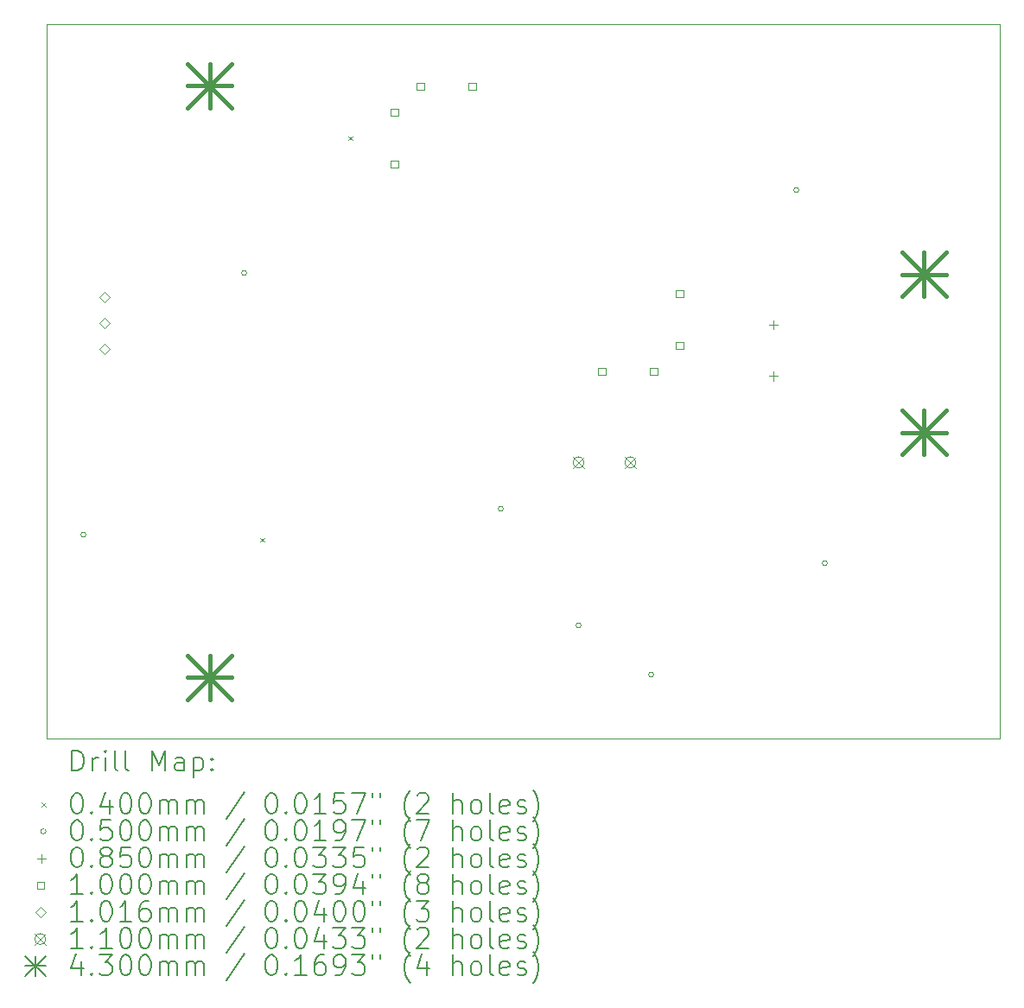
<source format=gbr>
%TF.GenerationSoftware,KiCad,Pcbnew,(6.0.11)*%
%TF.CreationDate,2023-06-15T09:24:03+03:00*%
%TF.ProjectId,flyback_48V_48W,666c7962-6163-46b5-9f34-38565f343857,rev?*%
%TF.SameCoordinates,Original*%
%TF.FileFunction,Drillmap*%
%TF.FilePolarity,Positive*%
%FSLAX45Y45*%
G04 Gerber Fmt 4.5, Leading zero omitted, Abs format (unit mm)*
G04 Created by KiCad (PCBNEW (6.0.11)) date 2023-06-15 09:24:03*
%MOMM*%
%LPD*%
G01*
G04 APERTURE LIST*
%ADD10C,0.100000*%
%ADD11C,0.200000*%
%ADD12C,0.040000*%
%ADD13C,0.050000*%
%ADD14C,0.085000*%
%ADD15C,0.101600*%
%ADD16C,0.110000*%
%ADD17C,0.430000*%
G04 APERTURE END LIST*
D10*
X10000000Y-3000000D02*
X19339600Y-3000000D01*
X19339600Y-3000000D02*
X19339600Y-10000000D01*
X19339600Y-10000000D02*
X10000000Y-10000000D01*
X10000000Y-10000000D02*
X10000000Y-3000000D01*
D11*
D12*
X12095800Y-8031800D02*
X12135800Y-8071800D01*
X12135800Y-8031800D02*
X12095800Y-8071800D01*
X12959400Y-4094800D02*
X12999400Y-4134800D01*
X12999400Y-4094800D02*
X12959400Y-4134800D01*
D13*
X10388200Y-8001000D02*
G75*
G03*
X10388200Y-8001000I-25000J0D01*
G01*
X11963000Y-5435600D02*
G75*
G03*
X11963000Y-5435600I-25000J0D01*
G01*
X14477600Y-7747000D02*
G75*
G03*
X14477600Y-7747000I-25000J0D01*
G01*
X15239600Y-8890000D02*
G75*
G03*
X15239600Y-8890000I-25000J0D01*
G01*
X15950800Y-9372600D02*
G75*
G03*
X15950800Y-9372600I-25000J0D01*
G01*
X17373200Y-4622800D02*
G75*
G03*
X17373200Y-4622800I-25000J0D01*
G01*
X17652600Y-8280400D02*
G75*
G03*
X17652600Y-8280400I-25000J0D01*
G01*
D14*
X17119600Y-5905100D02*
X17119600Y-5990100D01*
X17077100Y-5947600D02*
X17162100Y-5947600D01*
X17119600Y-6405100D02*
X17119600Y-6490100D01*
X17077100Y-6447600D02*
X17162100Y-6447600D01*
D10*
X13446556Y-3896156D02*
X13446556Y-3825444D01*
X13375844Y-3825444D01*
X13375844Y-3896156D01*
X13446556Y-3896156D01*
X13446556Y-4404156D02*
X13446556Y-4333444D01*
X13375844Y-4333444D01*
X13375844Y-4404156D01*
X13446556Y-4404156D01*
X13700556Y-3642156D02*
X13700556Y-3571444D01*
X13629844Y-3571444D01*
X13629844Y-3642156D01*
X13700556Y-3642156D01*
X14208556Y-3642156D02*
X14208556Y-3571444D01*
X14137844Y-3571444D01*
X14137844Y-3642156D01*
X14208556Y-3642156D01*
X15478556Y-6436156D02*
X15478556Y-6365444D01*
X15407844Y-6365444D01*
X15407844Y-6436156D01*
X15478556Y-6436156D01*
X15986556Y-6436156D02*
X15986556Y-6365444D01*
X15915844Y-6365444D01*
X15915844Y-6436156D01*
X15986556Y-6436156D01*
X16240556Y-5674156D02*
X16240556Y-5603444D01*
X16169844Y-5603444D01*
X16169844Y-5674156D01*
X16240556Y-5674156D01*
X16240556Y-6182156D02*
X16240556Y-6111444D01*
X16169844Y-6111444D01*
X16169844Y-6182156D01*
X16240556Y-6182156D01*
D15*
X10572500Y-5726800D02*
X10623300Y-5676000D01*
X10572500Y-5625200D01*
X10521700Y-5676000D01*
X10572500Y-5726800D01*
X10572500Y-5980800D02*
X10623300Y-5930000D01*
X10572500Y-5879200D01*
X10521700Y-5930000D01*
X10572500Y-5980800D01*
X10572500Y-6234800D02*
X10623300Y-6184000D01*
X10572500Y-6133200D01*
X10521700Y-6184000D01*
X10572500Y-6234800D01*
D16*
X15159600Y-7238000D02*
X15269600Y-7348000D01*
X15269600Y-7238000D02*
X15159600Y-7348000D01*
X15269600Y-7293000D02*
G75*
G03*
X15269600Y-7293000I-55000J0D01*
G01*
X15667600Y-7238000D02*
X15777600Y-7348000D01*
X15777600Y-7238000D02*
X15667600Y-7348000D01*
X15777600Y-7293000D02*
G75*
G03*
X15777600Y-7293000I-55000J0D01*
G01*
D17*
X11385000Y-3385000D02*
X11815000Y-3815000D01*
X11815000Y-3385000D02*
X11385000Y-3815000D01*
X11600000Y-3385000D02*
X11600000Y-3815000D01*
X11385000Y-3600000D02*
X11815000Y-3600000D01*
X11385000Y-9185000D02*
X11815000Y-9615000D01*
X11815000Y-9185000D02*
X11385000Y-9615000D01*
X11600000Y-9185000D02*
X11600000Y-9615000D01*
X11385000Y-9400000D02*
X11815000Y-9400000D01*
X18385000Y-5235000D02*
X18815000Y-5665000D01*
X18815000Y-5235000D02*
X18385000Y-5665000D01*
X18600000Y-5235000D02*
X18600000Y-5665000D01*
X18385000Y-5450000D02*
X18815000Y-5450000D01*
X18385000Y-6785000D02*
X18815000Y-7215000D01*
X18815000Y-6785000D02*
X18385000Y-7215000D01*
X18600000Y-6785000D02*
X18600000Y-7215000D01*
X18385000Y-7000000D02*
X18815000Y-7000000D01*
D11*
X10252619Y-10315476D02*
X10252619Y-10115476D01*
X10300238Y-10115476D01*
X10328810Y-10125000D01*
X10347857Y-10144048D01*
X10357381Y-10163095D01*
X10366905Y-10201190D01*
X10366905Y-10229762D01*
X10357381Y-10267857D01*
X10347857Y-10286905D01*
X10328810Y-10305952D01*
X10300238Y-10315476D01*
X10252619Y-10315476D01*
X10452619Y-10315476D02*
X10452619Y-10182143D01*
X10452619Y-10220238D02*
X10462143Y-10201190D01*
X10471667Y-10191667D01*
X10490714Y-10182143D01*
X10509762Y-10182143D01*
X10576429Y-10315476D02*
X10576429Y-10182143D01*
X10576429Y-10115476D02*
X10566905Y-10125000D01*
X10576429Y-10134524D01*
X10585952Y-10125000D01*
X10576429Y-10115476D01*
X10576429Y-10134524D01*
X10700238Y-10315476D02*
X10681190Y-10305952D01*
X10671667Y-10286905D01*
X10671667Y-10115476D01*
X10805000Y-10315476D02*
X10785952Y-10305952D01*
X10776429Y-10286905D01*
X10776429Y-10115476D01*
X11033571Y-10315476D02*
X11033571Y-10115476D01*
X11100238Y-10258333D01*
X11166905Y-10115476D01*
X11166905Y-10315476D01*
X11347857Y-10315476D02*
X11347857Y-10210714D01*
X11338333Y-10191667D01*
X11319286Y-10182143D01*
X11281190Y-10182143D01*
X11262143Y-10191667D01*
X11347857Y-10305952D02*
X11328809Y-10315476D01*
X11281190Y-10315476D01*
X11262143Y-10305952D01*
X11252619Y-10286905D01*
X11252619Y-10267857D01*
X11262143Y-10248810D01*
X11281190Y-10239286D01*
X11328809Y-10239286D01*
X11347857Y-10229762D01*
X11443095Y-10182143D02*
X11443095Y-10382143D01*
X11443095Y-10191667D02*
X11462143Y-10182143D01*
X11500238Y-10182143D01*
X11519286Y-10191667D01*
X11528809Y-10201190D01*
X11538333Y-10220238D01*
X11538333Y-10277381D01*
X11528809Y-10296429D01*
X11519286Y-10305952D01*
X11500238Y-10315476D01*
X11462143Y-10315476D01*
X11443095Y-10305952D01*
X11624048Y-10296429D02*
X11633571Y-10305952D01*
X11624048Y-10315476D01*
X11614524Y-10305952D01*
X11624048Y-10296429D01*
X11624048Y-10315476D01*
X11624048Y-10191667D02*
X11633571Y-10201190D01*
X11624048Y-10210714D01*
X11614524Y-10201190D01*
X11624048Y-10191667D01*
X11624048Y-10210714D01*
D12*
X9955000Y-10625000D02*
X9995000Y-10665000D01*
X9995000Y-10625000D02*
X9955000Y-10665000D01*
D11*
X10290714Y-10535476D02*
X10309762Y-10535476D01*
X10328810Y-10545000D01*
X10338333Y-10554524D01*
X10347857Y-10573571D01*
X10357381Y-10611667D01*
X10357381Y-10659286D01*
X10347857Y-10697381D01*
X10338333Y-10716429D01*
X10328810Y-10725952D01*
X10309762Y-10735476D01*
X10290714Y-10735476D01*
X10271667Y-10725952D01*
X10262143Y-10716429D01*
X10252619Y-10697381D01*
X10243095Y-10659286D01*
X10243095Y-10611667D01*
X10252619Y-10573571D01*
X10262143Y-10554524D01*
X10271667Y-10545000D01*
X10290714Y-10535476D01*
X10443095Y-10716429D02*
X10452619Y-10725952D01*
X10443095Y-10735476D01*
X10433571Y-10725952D01*
X10443095Y-10716429D01*
X10443095Y-10735476D01*
X10624048Y-10602143D02*
X10624048Y-10735476D01*
X10576429Y-10525952D02*
X10528810Y-10668810D01*
X10652619Y-10668810D01*
X10766905Y-10535476D02*
X10785952Y-10535476D01*
X10805000Y-10545000D01*
X10814524Y-10554524D01*
X10824048Y-10573571D01*
X10833571Y-10611667D01*
X10833571Y-10659286D01*
X10824048Y-10697381D01*
X10814524Y-10716429D01*
X10805000Y-10725952D01*
X10785952Y-10735476D01*
X10766905Y-10735476D01*
X10747857Y-10725952D01*
X10738333Y-10716429D01*
X10728810Y-10697381D01*
X10719286Y-10659286D01*
X10719286Y-10611667D01*
X10728810Y-10573571D01*
X10738333Y-10554524D01*
X10747857Y-10545000D01*
X10766905Y-10535476D01*
X10957381Y-10535476D02*
X10976429Y-10535476D01*
X10995476Y-10545000D01*
X11005000Y-10554524D01*
X11014524Y-10573571D01*
X11024048Y-10611667D01*
X11024048Y-10659286D01*
X11014524Y-10697381D01*
X11005000Y-10716429D01*
X10995476Y-10725952D01*
X10976429Y-10735476D01*
X10957381Y-10735476D01*
X10938333Y-10725952D01*
X10928810Y-10716429D01*
X10919286Y-10697381D01*
X10909762Y-10659286D01*
X10909762Y-10611667D01*
X10919286Y-10573571D01*
X10928810Y-10554524D01*
X10938333Y-10545000D01*
X10957381Y-10535476D01*
X11109762Y-10735476D02*
X11109762Y-10602143D01*
X11109762Y-10621190D02*
X11119286Y-10611667D01*
X11138333Y-10602143D01*
X11166905Y-10602143D01*
X11185952Y-10611667D01*
X11195476Y-10630714D01*
X11195476Y-10735476D01*
X11195476Y-10630714D02*
X11205000Y-10611667D01*
X11224048Y-10602143D01*
X11252619Y-10602143D01*
X11271667Y-10611667D01*
X11281190Y-10630714D01*
X11281190Y-10735476D01*
X11376428Y-10735476D02*
X11376428Y-10602143D01*
X11376428Y-10621190D02*
X11385952Y-10611667D01*
X11405000Y-10602143D01*
X11433571Y-10602143D01*
X11452619Y-10611667D01*
X11462143Y-10630714D01*
X11462143Y-10735476D01*
X11462143Y-10630714D02*
X11471667Y-10611667D01*
X11490714Y-10602143D01*
X11519286Y-10602143D01*
X11538333Y-10611667D01*
X11547857Y-10630714D01*
X11547857Y-10735476D01*
X11938333Y-10525952D02*
X11766905Y-10783095D01*
X12195476Y-10535476D02*
X12214524Y-10535476D01*
X12233571Y-10545000D01*
X12243095Y-10554524D01*
X12252619Y-10573571D01*
X12262143Y-10611667D01*
X12262143Y-10659286D01*
X12252619Y-10697381D01*
X12243095Y-10716429D01*
X12233571Y-10725952D01*
X12214524Y-10735476D01*
X12195476Y-10735476D01*
X12176428Y-10725952D01*
X12166905Y-10716429D01*
X12157381Y-10697381D01*
X12147857Y-10659286D01*
X12147857Y-10611667D01*
X12157381Y-10573571D01*
X12166905Y-10554524D01*
X12176428Y-10545000D01*
X12195476Y-10535476D01*
X12347857Y-10716429D02*
X12357381Y-10725952D01*
X12347857Y-10735476D01*
X12338333Y-10725952D01*
X12347857Y-10716429D01*
X12347857Y-10735476D01*
X12481190Y-10535476D02*
X12500238Y-10535476D01*
X12519286Y-10545000D01*
X12528809Y-10554524D01*
X12538333Y-10573571D01*
X12547857Y-10611667D01*
X12547857Y-10659286D01*
X12538333Y-10697381D01*
X12528809Y-10716429D01*
X12519286Y-10725952D01*
X12500238Y-10735476D01*
X12481190Y-10735476D01*
X12462143Y-10725952D01*
X12452619Y-10716429D01*
X12443095Y-10697381D01*
X12433571Y-10659286D01*
X12433571Y-10611667D01*
X12443095Y-10573571D01*
X12452619Y-10554524D01*
X12462143Y-10545000D01*
X12481190Y-10535476D01*
X12738333Y-10735476D02*
X12624048Y-10735476D01*
X12681190Y-10735476D02*
X12681190Y-10535476D01*
X12662143Y-10564048D01*
X12643095Y-10583095D01*
X12624048Y-10592619D01*
X12919286Y-10535476D02*
X12824048Y-10535476D01*
X12814524Y-10630714D01*
X12824048Y-10621190D01*
X12843095Y-10611667D01*
X12890714Y-10611667D01*
X12909762Y-10621190D01*
X12919286Y-10630714D01*
X12928809Y-10649762D01*
X12928809Y-10697381D01*
X12919286Y-10716429D01*
X12909762Y-10725952D01*
X12890714Y-10735476D01*
X12843095Y-10735476D01*
X12824048Y-10725952D01*
X12814524Y-10716429D01*
X12995476Y-10535476D02*
X13128809Y-10535476D01*
X13043095Y-10735476D01*
X13195476Y-10535476D02*
X13195476Y-10573571D01*
X13271667Y-10535476D02*
X13271667Y-10573571D01*
X13566905Y-10811667D02*
X13557381Y-10802143D01*
X13538333Y-10773571D01*
X13528809Y-10754524D01*
X13519286Y-10725952D01*
X13509762Y-10678333D01*
X13509762Y-10640238D01*
X13519286Y-10592619D01*
X13528809Y-10564048D01*
X13538333Y-10545000D01*
X13557381Y-10516429D01*
X13566905Y-10506905D01*
X13633571Y-10554524D02*
X13643095Y-10545000D01*
X13662143Y-10535476D01*
X13709762Y-10535476D01*
X13728809Y-10545000D01*
X13738333Y-10554524D01*
X13747857Y-10573571D01*
X13747857Y-10592619D01*
X13738333Y-10621190D01*
X13624048Y-10735476D01*
X13747857Y-10735476D01*
X13985952Y-10735476D02*
X13985952Y-10535476D01*
X14071667Y-10735476D02*
X14071667Y-10630714D01*
X14062143Y-10611667D01*
X14043095Y-10602143D01*
X14014524Y-10602143D01*
X13995476Y-10611667D01*
X13985952Y-10621190D01*
X14195476Y-10735476D02*
X14176428Y-10725952D01*
X14166905Y-10716429D01*
X14157381Y-10697381D01*
X14157381Y-10640238D01*
X14166905Y-10621190D01*
X14176428Y-10611667D01*
X14195476Y-10602143D01*
X14224048Y-10602143D01*
X14243095Y-10611667D01*
X14252619Y-10621190D01*
X14262143Y-10640238D01*
X14262143Y-10697381D01*
X14252619Y-10716429D01*
X14243095Y-10725952D01*
X14224048Y-10735476D01*
X14195476Y-10735476D01*
X14376428Y-10735476D02*
X14357381Y-10725952D01*
X14347857Y-10706905D01*
X14347857Y-10535476D01*
X14528809Y-10725952D02*
X14509762Y-10735476D01*
X14471667Y-10735476D01*
X14452619Y-10725952D01*
X14443095Y-10706905D01*
X14443095Y-10630714D01*
X14452619Y-10611667D01*
X14471667Y-10602143D01*
X14509762Y-10602143D01*
X14528809Y-10611667D01*
X14538333Y-10630714D01*
X14538333Y-10649762D01*
X14443095Y-10668810D01*
X14614524Y-10725952D02*
X14633571Y-10735476D01*
X14671667Y-10735476D01*
X14690714Y-10725952D01*
X14700238Y-10706905D01*
X14700238Y-10697381D01*
X14690714Y-10678333D01*
X14671667Y-10668810D01*
X14643095Y-10668810D01*
X14624048Y-10659286D01*
X14614524Y-10640238D01*
X14614524Y-10630714D01*
X14624048Y-10611667D01*
X14643095Y-10602143D01*
X14671667Y-10602143D01*
X14690714Y-10611667D01*
X14766905Y-10811667D02*
X14776428Y-10802143D01*
X14795476Y-10773571D01*
X14805000Y-10754524D01*
X14814524Y-10725952D01*
X14824048Y-10678333D01*
X14824048Y-10640238D01*
X14814524Y-10592619D01*
X14805000Y-10564048D01*
X14795476Y-10545000D01*
X14776428Y-10516429D01*
X14766905Y-10506905D01*
D13*
X9995000Y-10909000D02*
G75*
G03*
X9995000Y-10909000I-25000J0D01*
G01*
D11*
X10290714Y-10799476D02*
X10309762Y-10799476D01*
X10328810Y-10809000D01*
X10338333Y-10818524D01*
X10347857Y-10837571D01*
X10357381Y-10875667D01*
X10357381Y-10923286D01*
X10347857Y-10961381D01*
X10338333Y-10980429D01*
X10328810Y-10989952D01*
X10309762Y-10999476D01*
X10290714Y-10999476D01*
X10271667Y-10989952D01*
X10262143Y-10980429D01*
X10252619Y-10961381D01*
X10243095Y-10923286D01*
X10243095Y-10875667D01*
X10252619Y-10837571D01*
X10262143Y-10818524D01*
X10271667Y-10809000D01*
X10290714Y-10799476D01*
X10443095Y-10980429D02*
X10452619Y-10989952D01*
X10443095Y-10999476D01*
X10433571Y-10989952D01*
X10443095Y-10980429D01*
X10443095Y-10999476D01*
X10633571Y-10799476D02*
X10538333Y-10799476D01*
X10528810Y-10894714D01*
X10538333Y-10885190D01*
X10557381Y-10875667D01*
X10605000Y-10875667D01*
X10624048Y-10885190D01*
X10633571Y-10894714D01*
X10643095Y-10913762D01*
X10643095Y-10961381D01*
X10633571Y-10980429D01*
X10624048Y-10989952D01*
X10605000Y-10999476D01*
X10557381Y-10999476D01*
X10538333Y-10989952D01*
X10528810Y-10980429D01*
X10766905Y-10799476D02*
X10785952Y-10799476D01*
X10805000Y-10809000D01*
X10814524Y-10818524D01*
X10824048Y-10837571D01*
X10833571Y-10875667D01*
X10833571Y-10923286D01*
X10824048Y-10961381D01*
X10814524Y-10980429D01*
X10805000Y-10989952D01*
X10785952Y-10999476D01*
X10766905Y-10999476D01*
X10747857Y-10989952D01*
X10738333Y-10980429D01*
X10728810Y-10961381D01*
X10719286Y-10923286D01*
X10719286Y-10875667D01*
X10728810Y-10837571D01*
X10738333Y-10818524D01*
X10747857Y-10809000D01*
X10766905Y-10799476D01*
X10957381Y-10799476D02*
X10976429Y-10799476D01*
X10995476Y-10809000D01*
X11005000Y-10818524D01*
X11014524Y-10837571D01*
X11024048Y-10875667D01*
X11024048Y-10923286D01*
X11014524Y-10961381D01*
X11005000Y-10980429D01*
X10995476Y-10989952D01*
X10976429Y-10999476D01*
X10957381Y-10999476D01*
X10938333Y-10989952D01*
X10928810Y-10980429D01*
X10919286Y-10961381D01*
X10909762Y-10923286D01*
X10909762Y-10875667D01*
X10919286Y-10837571D01*
X10928810Y-10818524D01*
X10938333Y-10809000D01*
X10957381Y-10799476D01*
X11109762Y-10999476D02*
X11109762Y-10866143D01*
X11109762Y-10885190D02*
X11119286Y-10875667D01*
X11138333Y-10866143D01*
X11166905Y-10866143D01*
X11185952Y-10875667D01*
X11195476Y-10894714D01*
X11195476Y-10999476D01*
X11195476Y-10894714D02*
X11205000Y-10875667D01*
X11224048Y-10866143D01*
X11252619Y-10866143D01*
X11271667Y-10875667D01*
X11281190Y-10894714D01*
X11281190Y-10999476D01*
X11376428Y-10999476D02*
X11376428Y-10866143D01*
X11376428Y-10885190D02*
X11385952Y-10875667D01*
X11405000Y-10866143D01*
X11433571Y-10866143D01*
X11452619Y-10875667D01*
X11462143Y-10894714D01*
X11462143Y-10999476D01*
X11462143Y-10894714D02*
X11471667Y-10875667D01*
X11490714Y-10866143D01*
X11519286Y-10866143D01*
X11538333Y-10875667D01*
X11547857Y-10894714D01*
X11547857Y-10999476D01*
X11938333Y-10789952D02*
X11766905Y-11047095D01*
X12195476Y-10799476D02*
X12214524Y-10799476D01*
X12233571Y-10809000D01*
X12243095Y-10818524D01*
X12252619Y-10837571D01*
X12262143Y-10875667D01*
X12262143Y-10923286D01*
X12252619Y-10961381D01*
X12243095Y-10980429D01*
X12233571Y-10989952D01*
X12214524Y-10999476D01*
X12195476Y-10999476D01*
X12176428Y-10989952D01*
X12166905Y-10980429D01*
X12157381Y-10961381D01*
X12147857Y-10923286D01*
X12147857Y-10875667D01*
X12157381Y-10837571D01*
X12166905Y-10818524D01*
X12176428Y-10809000D01*
X12195476Y-10799476D01*
X12347857Y-10980429D02*
X12357381Y-10989952D01*
X12347857Y-10999476D01*
X12338333Y-10989952D01*
X12347857Y-10980429D01*
X12347857Y-10999476D01*
X12481190Y-10799476D02*
X12500238Y-10799476D01*
X12519286Y-10809000D01*
X12528809Y-10818524D01*
X12538333Y-10837571D01*
X12547857Y-10875667D01*
X12547857Y-10923286D01*
X12538333Y-10961381D01*
X12528809Y-10980429D01*
X12519286Y-10989952D01*
X12500238Y-10999476D01*
X12481190Y-10999476D01*
X12462143Y-10989952D01*
X12452619Y-10980429D01*
X12443095Y-10961381D01*
X12433571Y-10923286D01*
X12433571Y-10875667D01*
X12443095Y-10837571D01*
X12452619Y-10818524D01*
X12462143Y-10809000D01*
X12481190Y-10799476D01*
X12738333Y-10999476D02*
X12624048Y-10999476D01*
X12681190Y-10999476D02*
X12681190Y-10799476D01*
X12662143Y-10828048D01*
X12643095Y-10847095D01*
X12624048Y-10856619D01*
X12833571Y-10999476D02*
X12871667Y-10999476D01*
X12890714Y-10989952D01*
X12900238Y-10980429D01*
X12919286Y-10951857D01*
X12928809Y-10913762D01*
X12928809Y-10837571D01*
X12919286Y-10818524D01*
X12909762Y-10809000D01*
X12890714Y-10799476D01*
X12852619Y-10799476D01*
X12833571Y-10809000D01*
X12824048Y-10818524D01*
X12814524Y-10837571D01*
X12814524Y-10885190D01*
X12824048Y-10904238D01*
X12833571Y-10913762D01*
X12852619Y-10923286D01*
X12890714Y-10923286D01*
X12909762Y-10913762D01*
X12919286Y-10904238D01*
X12928809Y-10885190D01*
X12995476Y-10799476D02*
X13128809Y-10799476D01*
X13043095Y-10999476D01*
X13195476Y-10799476D02*
X13195476Y-10837571D01*
X13271667Y-10799476D02*
X13271667Y-10837571D01*
X13566905Y-11075667D02*
X13557381Y-11066143D01*
X13538333Y-11037571D01*
X13528809Y-11018524D01*
X13519286Y-10989952D01*
X13509762Y-10942333D01*
X13509762Y-10904238D01*
X13519286Y-10856619D01*
X13528809Y-10828048D01*
X13538333Y-10809000D01*
X13557381Y-10780429D01*
X13566905Y-10770905D01*
X13624048Y-10799476D02*
X13757381Y-10799476D01*
X13671667Y-10999476D01*
X13985952Y-10999476D02*
X13985952Y-10799476D01*
X14071667Y-10999476D02*
X14071667Y-10894714D01*
X14062143Y-10875667D01*
X14043095Y-10866143D01*
X14014524Y-10866143D01*
X13995476Y-10875667D01*
X13985952Y-10885190D01*
X14195476Y-10999476D02*
X14176428Y-10989952D01*
X14166905Y-10980429D01*
X14157381Y-10961381D01*
X14157381Y-10904238D01*
X14166905Y-10885190D01*
X14176428Y-10875667D01*
X14195476Y-10866143D01*
X14224048Y-10866143D01*
X14243095Y-10875667D01*
X14252619Y-10885190D01*
X14262143Y-10904238D01*
X14262143Y-10961381D01*
X14252619Y-10980429D01*
X14243095Y-10989952D01*
X14224048Y-10999476D01*
X14195476Y-10999476D01*
X14376428Y-10999476D02*
X14357381Y-10989952D01*
X14347857Y-10970905D01*
X14347857Y-10799476D01*
X14528809Y-10989952D02*
X14509762Y-10999476D01*
X14471667Y-10999476D01*
X14452619Y-10989952D01*
X14443095Y-10970905D01*
X14443095Y-10894714D01*
X14452619Y-10875667D01*
X14471667Y-10866143D01*
X14509762Y-10866143D01*
X14528809Y-10875667D01*
X14538333Y-10894714D01*
X14538333Y-10913762D01*
X14443095Y-10932810D01*
X14614524Y-10989952D02*
X14633571Y-10999476D01*
X14671667Y-10999476D01*
X14690714Y-10989952D01*
X14700238Y-10970905D01*
X14700238Y-10961381D01*
X14690714Y-10942333D01*
X14671667Y-10932810D01*
X14643095Y-10932810D01*
X14624048Y-10923286D01*
X14614524Y-10904238D01*
X14614524Y-10894714D01*
X14624048Y-10875667D01*
X14643095Y-10866143D01*
X14671667Y-10866143D01*
X14690714Y-10875667D01*
X14766905Y-11075667D02*
X14776428Y-11066143D01*
X14795476Y-11037571D01*
X14805000Y-11018524D01*
X14814524Y-10989952D01*
X14824048Y-10942333D01*
X14824048Y-10904238D01*
X14814524Y-10856619D01*
X14805000Y-10828048D01*
X14795476Y-10809000D01*
X14776428Y-10780429D01*
X14766905Y-10770905D01*
D14*
X9952500Y-11130500D02*
X9952500Y-11215500D01*
X9910000Y-11173000D02*
X9995000Y-11173000D01*
D11*
X10290714Y-11063476D02*
X10309762Y-11063476D01*
X10328810Y-11073000D01*
X10338333Y-11082524D01*
X10347857Y-11101571D01*
X10357381Y-11139667D01*
X10357381Y-11187286D01*
X10347857Y-11225381D01*
X10338333Y-11244428D01*
X10328810Y-11253952D01*
X10309762Y-11263476D01*
X10290714Y-11263476D01*
X10271667Y-11253952D01*
X10262143Y-11244428D01*
X10252619Y-11225381D01*
X10243095Y-11187286D01*
X10243095Y-11139667D01*
X10252619Y-11101571D01*
X10262143Y-11082524D01*
X10271667Y-11073000D01*
X10290714Y-11063476D01*
X10443095Y-11244428D02*
X10452619Y-11253952D01*
X10443095Y-11263476D01*
X10433571Y-11253952D01*
X10443095Y-11244428D01*
X10443095Y-11263476D01*
X10566905Y-11149190D02*
X10547857Y-11139667D01*
X10538333Y-11130143D01*
X10528810Y-11111095D01*
X10528810Y-11101571D01*
X10538333Y-11082524D01*
X10547857Y-11073000D01*
X10566905Y-11063476D01*
X10605000Y-11063476D01*
X10624048Y-11073000D01*
X10633571Y-11082524D01*
X10643095Y-11101571D01*
X10643095Y-11111095D01*
X10633571Y-11130143D01*
X10624048Y-11139667D01*
X10605000Y-11149190D01*
X10566905Y-11149190D01*
X10547857Y-11158714D01*
X10538333Y-11168238D01*
X10528810Y-11187286D01*
X10528810Y-11225381D01*
X10538333Y-11244428D01*
X10547857Y-11253952D01*
X10566905Y-11263476D01*
X10605000Y-11263476D01*
X10624048Y-11253952D01*
X10633571Y-11244428D01*
X10643095Y-11225381D01*
X10643095Y-11187286D01*
X10633571Y-11168238D01*
X10624048Y-11158714D01*
X10605000Y-11149190D01*
X10824048Y-11063476D02*
X10728810Y-11063476D01*
X10719286Y-11158714D01*
X10728810Y-11149190D01*
X10747857Y-11139667D01*
X10795476Y-11139667D01*
X10814524Y-11149190D01*
X10824048Y-11158714D01*
X10833571Y-11177762D01*
X10833571Y-11225381D01*
X10824048Y-11244428D01*
X10814524Y-11253952D01*
X10795476Y-11263476D01*
X10747857Y-11263476D01*
X10728810Y-11253952D01*
X10719286Y-11244428D01*
X10957381Y-11063476D02*
X10976429Y-11063476D01*
X10995476Y-11073000D01*
X11005000Y-11082524D01*
X11014524Y-11101571D01*
X11024048Y-11139667D01*
X11024048Y-11187286D01*
X11014524Y-11225381D01*
X11005000Y-11244428D01*
X10995476Y-11253952D01*
X10976429Y-11263476D01*
X10957381Y-11263476D01*
X10938333Y-11253952D01*
X10928810Y-11244428D01*
X10919286Y-11225381D01*
X10909762Y-11187286D01*
X10909762Y-11139667D01*
X10919286Y-11101571D01*
X10928810Y-11082524D01*
X10938333Y-11073000D01*
X10957381Y-11063476D01*
X11109762Y-11263476D02*
X11109762Y-11130143D01*
X11109762Y-11149190D02*
X11119286Y-11139667D01*
X11138333Y-11130143D01*
X11166905Y-11130143D01*
X11185952Y-11139667D01*
X11195476Y-11158714D01*
X11195476Y-11263476D01*
X11195476Y-11158714D02*
X11205000Y-11139667D01*
X11224048Y-11130143D01*
X11252619Y-11130143D01*
X11271667Y-11139667D01*
X11281190Y-11158714D01*
X11281190Y-11263476D01*
X11376428Y-11263476D02*
X11376428Y-11130143D01*
X11376428Y-11149190D02*
X11385952Y-11139667D01*
X11405000Y-11130143D01*
X11433571Y-11130143D01*
X11452619Y-11139667D01*
X11462143Y-11158714D01*
X11462143Y-11263476D01*
X11462143Y-11158714D02*
X11471667Y-11139667D01*
X11490714Y-11130143D01*
X11519286Y-11130143D01*
X11538333Y-11139667D01*
X11547857Y-11158714D01*
X11547857Y-11263476D01*
X11938333Y-11053952D02*
X11766905Y-11311095D01*
X12195476Y-11063476D02*
X12214524Y-11063476D01*
X12233571Y-11073000D01*
X12243095Y-11082524D01*
X12252619Y-11101571D01*
X12262143Y-11139667D01*
X12262143Y-11187286D01*
X12252619Y-11225381D01*
X12243095Y-11244428D01*
X12233571Y-11253952D01*
X12214524Y-11263476D01*
X12195476Y-11263476D01*
X12176428Y-11253952D01*
X12166905Y-11244428D01*
X12157381Y-11225381D01*
X12147857Y-11187286D01*
X12147857Y-11139667D01*
X12157381Y-11101571D01*
X12166905Y-11082524D01*
X12176428Y-11073000D01*
X12195476Y-11063476D01*
X12347857Y-11244428D02*
X12357381Y-11253952D01*
X12347857Y-11263476D01*
X12338333Y-11253952D01*
X12347857Y-11244428D01*
X12347857Y-11263476D01*
X12481190Y-11063476D02*
X12500238Y-11063476D01*
X12519286Y-11073000D01*
X12528809Y-11082524D01*
X12538333Y-11101571D01*
X12547857Y-11139667D01*
X12547857Y-11187286D01*
X12538333Y-11225381D01*
X12528809Y-11244428D01*
X12519286Y-11253952D01*
X12500238Y-11263476D01*
X12481190Y-11263476D01*
X12462143Y-11253952D01*
X12452619Y-11244428D01*
X12443095Y-11225381D01*
X12433571Y-11187286D01*
X12433571Y-11139667D01*
X12443095Y-11101571D01*
X12452619Y-11082524D01*
X12462143Y-11073000D01*
X12481190Y-11063476D01*
X12614524Y-11063476D02*
X12738333Y-11063476D01*
X12671667Y-11139667D01*
X12700238Y-11139667D01*
X12719286Y-11149190D01*
X12728809Y-11158714D01*
X12738333Y-11177762D01*
X12738333Y-11225381D01*
X12728809Y-11244428D01*
X12719286Y-11253952D01*
X12700238Y-11263476D01*
X12643095Y-11263476D01*
X12624048Y-11253952D01*
X12614524Y-11244428D01*
X12805000Y-11063476D02*
X12928809Y-11063476D01*
X12862143Y-11139667D01*
X12890714Y-11139667D01*
X12909762Y-11149190D01*
X12919286Y-11158714D01*
X12928809Y-11177762D01*
X12928809Y-11225381D01*
X12919286Y-11244428D01*
X12909762Y-11253952D01*
X12890714Y-11263476D01*
X12833571Y-11263476D01*
X12814524Y-11253952D01*
X12805000Y-11244428D01*
X13109762Y-11063476D02*
X13014524Y-11063476D01*
X13005000Y-11158714D01*
X13014524Y-11149190D01*
X13033571Y-11139667D01*
X13081190Y-11139667D01*
X13100238Y-11149190D01*
X13109762Y-11158714D01*
X13119286Y-11177762D01*
X13119286Y-11225381D01*
X13109762Y-11244428D01*
X13100238Y-11253952D01*
X13081190Y-11263476D01*
X13033571Y-11263476D01*
X13014524Y-11253952D01*
X13005000Y-11244428D01*
X13195476Y-11063476D02*
X13195476Y-11101571D01*
X13271667Y-11063476D02*
X13271667Y-11101571D01*
X13566905Y-11339667D02*
X13557381Y-11330143D01*
X13538333Y-11301571D01*
X13528809Y-11282524D01*
X13519286Y-11253952D01*
X13509762Y-11206333D01*
X13509762Y-11168238D01*
X13519286Y-11120619D01*
X13528809Y-11092048D01*
X13538333Y-11073000D01*
X13557381Y-11044429D01*
X13566905Y-11034905D01*
X13633571Y-11082524D02*
X13643095Y-11073000D01*
X13662143Y-11063476D01*
X13709762Y-11063476D01*
X13728809Y-11073000D01*
X13738333Y-11082524D01*
X13747857Y-11101571D01*
X13747857Y-11120619D01*
X13738333Y-11149190D01*
X13624048Y-11263476D01*
X13747857Y-11263476D01*
X13985952Y-11263476D02*
X13985952Y-11063476D01*
X14071667Y-11263476D02*
X14071667Y-11158714D01*
X14062143Y-11139667D01*
X14043095Y-11130143D01*
X14014524Y-11130143D01*
X13995476Y-11139667D01*
X13985952Y-11149190D01*
X14195476Y-11263476D02*
X14176428Y-11253952D01*
X14166905Y-11244428D01*
X14157381Y-11225381D01*
X14157381Y-11168238D01*
X14166905Y-11149190D01*
X14176428Y-11139667D01*
X14195476Y-11130143D01*
X14224048Y-11130143D01*
X14243095Y-11139667D01*
X14252619Y-11149190D01*
X14262143Y-11168238D01*
X14262143Y-11225381D01*
X14252619Y-11244428D01*
X14243095Y-11253952D01*
X14224048Y-11263476D01*
X14195476Y-11263476D01*
X14376428Y-11263476D02*
X14357381Y-11253952D01*
X14347857Y-11234905D01*
X14347857Y-11063476D01*
X14528809Y-11253952D02*
X14509762Y-11263476D01*
X14471667Y-11263476D01*
X14452619Y-11253952D01*
X14443095Y-11234905D01*
X14443095Y-11158714D01*
X14452619Y-11139667D01*
X14471667Y-11130143D01*
X14509762Y-11130143D01*
X14528809Y-11139667D01*
X14538333Y-11158714D01*
X14538333Y-11177762D01*
X14443095Y-11196809D01*
X14614524Y-11253952D02*
X14633571Y-11263476D01*
X14671667Y-11263476D01*
X14690714Y-11253952D01*
X14700238Y-11234905D01*
X14700238Y-11225381D01*
X14690714Y-11206333D01*
X14671667Y-11196809D01*
X14643095Y-11196809D01*
X14624048Y-11187286D01*
X14614524Y-11168238D01*
X14614524Y-11158714D01*
X14624048Y-11139667D01*
X14643095Y-11130143D01*
X14671667Y-11130143D01*
X14690714Y-11139667D01*
X14766905Y-11339667D02*
X14776428Y-11330143D01*
X14795476Y-11301571D01*
X14805000Y-11282524D01*
X14814524Y-11253952D01*
X14824048Y-11206333D01*
X14824048Y-11168238D01*
X14814524Y-11120619D01*
X14805000Y-11092048D01*
X14795476Y-11073000D01*
X14776428Y-11044429D01*
X14766905Y-11034905D01*
D10*
X9980356Y-11472356D02*
X9980356Y-11401644D01*
X9909644Y-11401644D01*
X9909644Y-11472356D01*
X9980356Y-11472356D01*
D11*
X10357381Y-11527476D02*
X10243095Y-11527476D01*
X10300238Y-11527476D02*
X10300238Y-11327476D01*
X10281190Y-11356048D01*
X10262143Y-11375095D01*
X10243095Y-11384619D01*
X10443095Y-11508428D02*
X10452619Y-11517952D01*
X10443095Y-11527476D01*
X10433571Y-11517952D01*
X10443095Y-11508428D01*
X10443095Y-11527476D01*
X10576429Y-11327476D02*
X10595476Y-11327476D01*
X10614524Y-11337000D01*
X10624048Y-11346524D01*
X10633571Y-11365571D01*
X10643095Y-11403667D01*
X10643095Y-11451286D01*
X10633571Y-11489381D01*
X10624048Y-11508428D01*
X10614524Y-11517952D01*
X10595476Y-11527476D01*
X10576429Y-11527476D01*
X10557381Y-11517952D01*
X10547857Y-11508428D01*
X10538333Y-11489381D01*
X10528810Y-11451286D01*
X10528810Y-11403667D01*
X10538333Y-11365571D01*
X10547857Y-11346524D01*
X10557381Y-11337000D01*
X10576429Y-11327476D01*
X10766905Y-11327476D02*
X10785952Y-11327476D01*
X10805000Y-11337000D01*
X10814524Y-11346524D01*
X10824048Y-11365571D01*
X10833571Y-11403667D01*
X10833571Y-11451286D01*
X10824048Y-11489381D01*
X10814524Y-11508428D01*
X10805000Y-11517952D01*
X10785952Y-11527476D01*
X10766905Y-11527476D01*
X10747857Y-11517952D01*
X10738333Y-11508428D01*
X10728810Y-11489381D01*
X10719286Y-11451286D01*
X10719286Y-11403667D01*
X10728810Y-11365571D01*
X10738333Y-11346524D01*
X10747857Y-11337000D01*
X10766905Y-11327476D01*
X10957381Y-11327476D02*
X10976429Y-11327476D01*
X10995476Y-11337000D01*
X11005000Y-11346524D01*
X11014524Y-11365571D01*
X11024048Y-11403667D01*
X11024048Y-11451286D01*
X11014524Y-11489381D01*
X11005000Y-11508428D01*
X10995476Y-11517952D01*
X10976429Y-11527476D01*
X10957381Y-11527476D01*
X10938333Y-11517952D01*
X10928810Y-11508428D01*
X10919286Y-11489381D01*
X10909762Y-11451286D01*
X10909762Y-11403667D01*
X10919286Y-11365571D01*
X10928810Y-11346524D01*
X10938333Y-11337000D01*
X10957381Y-11327476D01*
X11109762Y-11527476D02*
X11109762Y-11394143D01*
X11109762Y-11413190D02*
X11119286Y-11403667D01*
X11138333Y-11394143D01*
X11166905Y-11394143D01*
X11185952Y-11403667D01*
X11195476Y-11422714D01*
X11195476Y-11527476D01*
X11195476Y-11422714D02*
X11205000Y-11403667D01*
X11224048Y-11394143D01*
X11252619Y-11394143D01*
X11271667Y-11403667D01*
X11281190Y-11422714D01*
X11281190Y-11527476D01*
X11376428Y-11527476D02*
X11376428Y-11394143D01*
X11376428Y-11413190D02*
X11385952Y-11403667D01*
X11405000Y-11394143D01*
X11433571Y-11394143D01*
X11452619Y-11403667D01*
X11462143Y-11422714D01*
X11462143Y-11527476D01*
X11462143Y-11422714D02*
X11471667Y-11403667D01*
X11490714Y-11394143D01*
X11519286Y-11394143D01*
X11538333Y-11403667D01*
X11547857Y-11422714D01*
X11547857Y-11527476D01*
X11938333Y-11317952D02*
X11766905Y-11575095D01*
X12195476Y-11327476D02*
X12214524Y-11327476D01*
X12233571Y-11337000D01*
X12243095Y-11346524D01*
X12252619Y-11365571D01*
X12262143Y-11403667D01*
X12262143Y-11451286D01*
X12252619Y-11489381D01*
X12243095Y-11508428D01*
X12233571Y-11517952D01*
X12214524Y-11527476D01*
X12195476Y-11527476D01*
X12176428Y-11517952D01*
X12166905Y-11508428D01*
X12157381Y-11489381D01*
X12147857Y-11451286D01*
X12147857Y-11403667D01*
X12157381Y-11365571D01*
X12166905Y-11346524D01*
X12176428Y-11337000D01*
X12195476Y-11327476D01*
X12347857Y-11508428D02*
X12357381Y-11517952D01*
X12347857Y-11527476D01*
X12338333Y-11517952D01*
X12347857Y-11508428D01*
X12347857Y-11527476D01*
X12481190Y-11327476D02*
X12500238Y-11327476D01*
X12519286Y-11337000D01*
X12528809Y-11346524D01*
X12538333Y-11365571D01*
X12547857Y-11403667D01*
X12547857Y-11451286D01*
X12538333Y-11489381D01*
X12528809Y-11508428D01*
X12519286Y-11517952D01*
X12500238Y-11527476D01*
X12481190Y-11527476D01*
X12462143Y-11517952D01*
X12452619Y-11508428D01*
X12443095Y-11489381D01*
X12433571Y-11451286D01*
X12433571Y-11403667D01*
X12443095Y-11365571D01*
X12452619Y-11346524D01*
X12462143Y-11337000D01*
X12481190Y-11327476D01*
X12614524Y-11327476D02*
X12738333Y-11327476D01*
X12671667Y-11403667D01*
X12700238Y-11403667D01*
X12719286Y-11413190D01*
X12728809Y-11422714D01*
X12738333Y-11441762D01*
X12738333Y-11489381D01*
X12728809Y-11508428D01*
X12719286Y-11517952D01*
X12700238Y-11527476D01*
X12643095Y-11527476D01*
X12624048Y-11517952D01*
X12614524Y-11508428D01*
X12833571Y-11527476D02*
X12871667Y-11527476D01*
X12890714Y-11517952D01*
X12900238Y-11508428D01*
X12919286Y-11479857D01*
X12928809Y-11441762D01*
X12928809Y-11365571D01*
X12919286Y-11346524D01*
X12909762Y-11337000D01*
X12890714Y-11327476D01*
X12852619Y-11327476D01*
X12833571Y-11337000D01*
X12824048Y-11346524D01*
X12814524Y-11365571D01*
X12814524Y-11413190D01*
X12824048Y-11432238D01*
X12833571Y-11441762D01*
X12852619Y-11451286D01*
X12890714Y-11451286D01*
X12909762Y-11441762D01*
X12919286Y-11432238D01*
X12928809Y-11413190D01*
X13100238Y-11394143D02*
X13100238Y-11527476D01*
X13052619Y-11317952D02*
X13005000Y-11460809D01*
X13128809Y-11460809D01*
X13195476Y-11327476D02*
X13195476Y-11365571D01*
X13271667Y-11327476D02*
X13271667Y-11365571D01*
X13566905Y-11603667D02*
X13557381Y-11594143D01*
X13538333Y-11565571D01*
X13528809Y-11546524D01*
X13519286Y-11517952D01*
X13509762Y-11470333D01*
X13509762Y-11432238D01*
X13519286Y-11384619D01*
X13528809Y-11356048D01*
X13538333Y-11337000D01*
X13557381Y-11308428D01*
X13566905Y-11298905D01*
X13671667Y-11413190D02*
X13652619Y-11403667D01*
X13643095Y-11394143D01*
X13633571Y-11375095D01*
X13633571Y-11365571D01*
X13643095Y-11346524D01*
X13652619Y-11337000D01*
X13671667Y-11327476D01*
X13709762Y-11327476D01*
X13728809Y-11337000D01*
X13738333Y-11346524D01*
X13747857Y-11365571D01*
X13747857Y-11375095D01*
X13738333Y-11394143D01*
X13728809Y-11403667D01*
X13709762Y-11413190D01*
X13671667Y-11413190D01*
X13652619Y-11422714D01*
X13643095Y-11432238D01*
X13633571Y-11451286D01*
X13633571Y-11489381D01*
X13643095Y-11508428D01*
X13652619Y-11517952D01*
X13671667Y-11527476D01*
X13709762Y-11527476D01*
X13728809Y-11517952D01*
X13738333Y-11508428D01*
X13747857Y-11489381D01*
X13747857Y-11451286D01*
X13738333Y-11432238D01*
X13728809Y-11422714D01*
X13709762Y-11413190D01*
X13985952Y-11527476D02*
X13985952Y-11327476D01*
X14071667Y-11527476D02*
X14071667Y-11422714D01*
X14062143Y-11403667D01*
X14043095Y-11394143D01*
X14014524Y-11394143D01*
X13995476Y-11403667D01*
X13985952Y-11413190D01*
X14195476Y-11527476D02*
X14176428Y-11517952D01*
X14166905Y-11508428D01*
X14157381Y-11489381D01*
X14157381Y-11432238D01*
X14166905Y-11413190D01*
X14176428Y-11403667D01*
X14195476Y-11394143D01*
X14224048Y-11394143D01*
X14243095Y-11403667D01*
X14252619Y-11413190D01*
X14262143Y-11432238D01*
X14262143Y-11489381D01*
X14252619Y-11508428D01*
X14243095Y-11517952D01*
X14224048Y-11527476D01*
X14195476Y-11527476D01*
X14376428Y-11527476D02*
X14357381Y-11517952D01*
X14347857Y-11498905D01*
X14347857Y-11327476D01*
X14528809Y-11517952D02*
X14509762Y-11527476D01*
X14471667Y-11527476D01*
X14452619Y-11517952D01*
X14443095Y-11498905D01*
X14443095Y-11422714D01*
X14452619Y-11403667D01*
X14471667Y-11394143D01*
X14509762Y-11394143D01*
X14528809Y-11403667D01*
X14538333Y-11422714D01*
X14538333Y-11441762D01*
X14443095Y-11460809D01*
X14614524Y-11517952D02*
X14633571Y-11527476D01*
X14671667Y-11527476D01*
X14690714Y-11517952D01*
X14700238Y-11498905D01*
X14700238Y-11489381D01*
X14690714Y-11470333D01*
X14671667Y-11460809D01*
X14643095Y-11460809D01*
X14624048Y-11451286D01*
X14614524Y-11432238D01*
X14614524Y-11422714D01*
X14624048Y-11403667D01*
X14643095Y-11394143D01*
X14671667Y-11394143D01*
X14690714Y-11403667D01*
X14766905Y-11603667D02*
X14776428Y-11594143D01*
X14795476Y-11565571D01*
X14805000Y-11546524D01*
X14814524Y-11517952D01*
X14824048Y-11470333D01*
X14824048Y-11432238D01*
X14814524Y-11384619D01*
X14805000Y-11356048D01*
X14795476Y-11337000D01*
X14776428Y-11308428D01*
X14766905Y-11298905D01*
D15*
X9944200Y-11751800D02*
X9995000Y-11701000D01*
X9944200Y-11650200D01*
X9893400Y-11701000D01*
X9944200Y-11751800D01*
D11*
X10357381Y-11791476D02*
X10243095Y-11791476D01*
X10300238Y-11791476D02*
X10300238Y-11591476D01*
X10281190Y-11620048D01*
X10262143Y-11639095D01*
X10243095Y-11648619D01*
X10443095Y-11772428D02*
X10452619Y-11781952D01*
X10443095Y-11791476D01*
X10433571Y-11781952D01*
X10443095Y-11772428D01*
X10443095Y-11791476D01*
X10576429Y-11591476D02*
X10595476Y-11591476D01*
X10614524Y-11601000D01*
X10624048Y-11610524D01*
X10633571Y-11629571D01*
X10643095Y-11667667D01*
X10643095Y-11715286D01*
X10633571Y-11753381D01*
X10624048Y-11772428D01*
X10614524Y-11781952D01*
X10595476Y-11791476D01*
X10576429Y-11791476D01*
X10557381Y-11781952D01*
X10547857Y-11772428D01*
X10538333Y-11753381D01*
X10528810Y-11715286D01*
X10528810Y-11667667D01*
X10538333Y-11629571D01*
X10547857Y-11610524D01*
X10557381Y-11601000D01*
X10576429Y-11591476D01*
X10833571Y-11791476D02*
X10719286Y-11791476D01*
X10776429Y-11791476D02*
X10776429Y-11591476D01*
X10757381Y-11620048D01*
X10738333Y-11639095D01*
X10719286Y-11648619D01*
X11005000Y-11591476D02*
X10966905Y-11591476D01*
X10947857Y-11601000D01*
X10938333Y-11610524D01*
X10919286Y-11639095D01*
X10909762Y-11677190D01*
X10909762Y-11753381D01*
X10919286Y-11772428D01*
X10928810Y-11781952D01*
X10947857Y-11791476D01*
X10985952Y-11791476D01*
X11005000Y-11781952D01*
X11014524Y-11772428D01*
X11024048Y-11753381D01*
X11024048Y-11705762D01*
X11014524Y-11686714D01*
X11005000Y-11677190D01*
X10985952Y-11667667D01*
X10947857Y-11667667D01*
X10928810Y-11677190D01*
X10919286Y-11686714D01*
X10909762Y-11705762D01*
X11109762Y-11791476D02*
X11109762Y-11658143D01*
X11109762Y-11677190D02*
X11119286Y-11667667D01*
X11138333Y-11658143D01*
X11166905Y-11658143D01*
X11185952Y-11667667D01*
X11195476Y-11686714D01*
X11195476Y-11791476D01*
X11195476Y-11686714D02*
X11205000Y-11667667D01*
X11224048Y-11658143D01*
X11252619Y-11658143D01*
X11271667Y-11667667D01*
X11281190Y-11686714D01*
X11281190Y-11791476D01*
X11376428Y-11791476D02*
X11376428Y-11658143D01*
X11376428Y-11677190D02*
X11385952Y-11667667D01*
X11405000Y-11658143D01*
X11433571Y-11658143D01*
X11452619Y-11667667D01*
X11462143Y-11686714D01*
X11462143Y-11791476D01*
X11462143Y-11686714D02*
X11471667Y-11667667D01*
X11490714Y-11658143D01*
X11519286Y-11658143D01*
X11538333Y-11667667D01*
X11547857Y-11686714D01*
X11547857Y-11791476D01*
X11938333Y-11581952D02*
X11766905Y-11839095D01*
X12195476Y-11591476D02*
X12214524Y-11591476D01*
X12233571Y-11601000D01*
X12243095Y-11610524D01*
X12252619Y-11629571D01*
X12262143Y-11667667D01*
X12262143Y-11715286D01*
X12252619Y-11753381D01*
X12243095Y-11772428D01*
X12233571Y-11781952D01*
X12214524Y-11791476D01*
X12195476Y-11791476D01*
X12176428Y-11781952D01*
X12166905Y-11772428D01*
X12157381Y-11753381D01*
X12147857Y-11715286D01*
X12147857Y-11667667D01*
X12157381Y-11629571D01*
X12166905Y-11610524D01*
X12176428Y-11601000D01*
X12195476Y-11591476D01*
X12347857Y-11772428D02*
X12357381Y-11781952D01*
X12347857Y-11791476D01*
X12338333Y-11781952D01*
X12347857Y-11772428D01*
X12347857Y-11791476D01*
X12481190Y-11591476D02*
X12500238Y-11591476D01*
X12519286Y-11601000D01*
X12528809Y-11610524D01*
X12538333Y-11629571D01*
X12547857Y-11667667D01*
X12547857Y-11715286D01*
X12538333Y-11753381D01*
X12528809Y-11772428D01*
X12519286Y-11781952D01*
X12500238Y-11791476D01*
X12481190Y-11791476D01*
X12462143Y-11781952D01*
X12452619Y-11772428D01*
X12443095Y-11753381D01*
X12433571Y-11715286D01*
X12433571Y-11667667D01*
X12443095Y-11629571D01*
X12452619Y-11610524D01*
X12462143Y-11601000D01*
X12481190Y-11591476D01*
X12719286Y-11658143D02*
X12719286Y-11791476D01*
X12671667Y-11581952D02*
X12624048Y-11724809D01*
X12747857Y-11724809D01*
X12862143Y-11591476D02*
X12881190Y-11591476D01*
X12900238Y-11601000D01*
X12909762Y-11610524D01*
X12919286Y-11629571D01*
X12928809Y-11667667D01*
X12928809Y-11715286D01*
X12919286Y-11753381D01*
X12909762Y-11772428D01*
X12900238Y-11781952D01*
X12881190Y-11791476D01*
X12862143Y-11791476D01*
X12843095Y-11781952D01*
X12833571Y-11772428D01*
X12824048Y-11753381D01*
X12814524Y-11715286D01*
X12814524Y-11667667D01*
X12824048Y-11629571D01*
X12833571Y-11610524D01*
X12843095Y-11601000D01*
X12862143Y-11591476D01*
X13052619Y-11591476D02*
X13071667Y-11591476D01*
X13090714Y-11601000D01*
X13100238Y-11610524D01*
X13109762Y-11629571D01*
X13119286Y-11667667D01*
X13119286Y-11715286D01*
X13109762Y-11753381D01*
X13100238Y-11772428D01*
X13090714Y-11781952D01*
X13071667Y-11791476D01*
X13052619Y-11791476D01*
X13033571Y-11781952D01*
X13024048Y-11772428D01*
X13014524Y-11753381D01*
X13005000Y-11715286D01*
X13005000Y-11667667D01*
X13014524Y-11629571D01*
X13024048Y-11610524D01*
X13033571Y-11601000D01*
X13052619Y-11591476D01*
X13195476Y-11591476D02*
X13195476Y-11629571D01*
X13271667Y-11591476D02*
X13271667Y-11629571D01*
X13566905Y-11867667D02*
X13557381Y-11858143D01*
X13538333Y-11829571D01*
X13528809Y-11810524D01*
X13519286Y-11781952D01*
X13509762Y-11734333D01*
X13509762Y-11696238D01*
X13519286Y-11648619D01*
X13528809Y-11620048D01*
X13538333Y-11601000D01*
X13557381Y-11572428D01*
X13566905Y-11562905D01*
X13624048Y-11591476D02*
X13747857Y-11591476D01*
X13681190Y-11667667D01*
X13709762Y-11667667D01*
X13728809Y-11677190D01*
X13738333Y-11686714D01*
X13747857Y-11705762D01*
X13747857Y-11753381D01*
X13738333Y-11772428D01*
X13728809Y-11781952D01*
X13709762Y-11791476D01*
X13652619Y-11791476D01*
X13633571Y-11781952D01*
X13624048Y-11772428D01*
X13985952Y-11791476D02*
X13985952Y-11591476D01*
X14071667Y-11791476D02*
X14071667Y-11686714D01*
X14062143Y-11667667D01*
X14043095Y-11658143D01*
X14014524Y-11658143D01*
X13995476Y-11667667D01*
X13985952Y-11677190D01*
X14195476Y-11791476D02*
X14176428Y-11781952D01*
X14166905Y-11772428D01*
X14157381Y-11753381D01*
X14157381Y-11696238D01*
X14166905Y-11677190D01*
X14176428Y-11667667D01*
X14195476Y-11658143D01*
X14224048Y-11658143D01*
X14243095Y-11667667D01*
X14252619Y-11677190D01*
X14262143Y-11696238D01*
X14262143Y-11753381D01*
X14252619Y-11772428D01*
X14243095Y-11781952D01*
X14224048Y-11791476D01*
X14195476Y-11791476D01*
X14376428Y-11791476D02*
X14357381Y-11781952D01*
X14347857Y-11762905D01*
X14347857Y-11591476D01*
X14528809Y-11781952D02*
X14509762Y-11791476D01*
X14471667Y-11791476D01*
X14452619Y-11781952D01*
X14443095Y-11762905D01*
X14443095Y-11686714D01*
X14452619Y-11667667D01*
X14471667Y-11658143D01*
X14509762Y-11658143D01*
X14528809Y-11667667D01*
X14538333Y-11686714D01*
X14538333Y-11705762D01*
X14443095Y-11724809D01*
X14614524Y-11781952D02*
X14633571Y-11791476D01*
X14671667Y-11791476D01*
X14690714Y-11781952D01*
X14700238Y-11762905D01*
X14700238Y-11753381D01*
X14690714Y-11734333D01*
X14671667Y-11724809D01*
X14643095Y-11724809D01*
X14624048Y-11715286D01*
X14614524Y-11696238D01*
X14614524Y-11686714D01*
X14624048Y-11667667D01*
X14643095Y-11658143D01*
X14671667Y-11658143D01*
X14690714Y-11667667D01*
X14766905Y-11867667D02*
X14776428Y-11858143D01*
X14795476Y-11829571D01*
X14805000Y-11810524D01*
X14814524Y-11781952D01*
X14824048Y-11734333D01*
X14824048Y-11696238D01*
X14814524Y-11648619D01*
X14805000Y-11620048D01*
X14795476Y-11601000D01*
X14776428Y-11572428D01*
X14766905Y-11562905D01*
D16*
X9885000Y-11910000D02*
X9995000Y-12020000D01*
X9995000Y-11910000D02*
X9885000Y-12020000D01*
X9995000Y-11965000D02*
G75*
G03*
X9995000Y-11965000I-55000J0D01*
G01*
D11*
X10357381Y-12055476D02*
X10243095Y-12055476D01*
X10300238Y-12055476D02*
X10300238Y-11855476D01*
X10281190Y-11884048D01*
X10262143Y-11903095D01*
X10243095Y-11912619D01*
X10443095Y-12036428D02*
X10452619Y-12045952D01*
X10443095Y-12055476D01*
X10433571Y-12045952D01*
X10443095Y-12036428D01*
X10443095Y-12055476D01*
X10643095Y-12055476D02*
X10528810Y-12055476D01*
X10585952Y-12055476D02*
X10585952Y-11855476D01*
X10566905Y-11884048D01*
X10547857Y-11903095D01*
X10528810Y-11912619D01*
X10766905Y-11855476D02*
X10785952Y-11855476D01*
X10805000Y-11865000D01*
X10814524Y-11874524D01*
X10824048Y-11893571D01*
X10833571Y-11931667D01*
X10833571Y-11979286D01*
X10824048Y-12017381D01*
X10814524Y-12036428D01*
X10805000Y-12045952D01*
X10785952Y-12055476D01*
X10766905Y-12055476D01*
X10747857Y-12045952D01*
X10738333Y-12036428D01*
X10728810Y-12017381D01*
X10719286Y-11979286D01*
X10719286Y-11931667D01*
X10728810Y-11893571D01*
X10738333Y-11874524D01*
X10747857Y-11865000D01*
X10766905Y-11855476D01*
X10957381Y-11855476D02*
X10976429Y-11855476D01*
X10995476Y-11865000D01*
X11005000Y-11874524D01*
X11014524Y-11893571D01*
X11024048Y-11931667D01*
X11024048Y-11979286D01*
X11014524Y-12017381D01*
X11005000Y-12036428D01*
X10995476Y-12045952D01*
X10976429Y-12055476D01*
X10957381Y-12055476D01*
X10938333Y-12045952D01*
X10928810Y-12036428D01*
X10919286Y-12017381D01*
X10909762Y-11979286D01*
X10909762Y-11931667D01*
X10919286Y-11893571D01*
X10928810Y-11874524D01*
X10938333Y-11865000D01*
X10957381Y-11855476D01*
X11109762Y-12055476D02*
X11109762Y-11922143D01*
X11109762Y-11941190D02*
X11119286Y-11931667D01*
X11138333Y-11922143D01*
X11166905Y-11922143D01*
X11185952Y-11931667D01*
X11195476Y-11950714D01*
X11195476Y-12055476D01*
X11195476Y-11950714D02*
X11205000Y-11931667D01*
X11224048Y-11922143D01*
X11252619Y-11922143D01*
X11271667Y-11931667D01*
X11281190Y-11950714D01*
X11281190Y-12055476D01*
X11376428Y-12055476D02*
X11376428Y-11922143D01*
X11376428Y-11941190D02*
X11385952Y-11931667D01*
X11405000Y-11922143D01*
X11433571Y-11922143D01*
X11452619Y-11931667D01*
X11462143Y-11950714D01*
X11462143Y-12055476D01*
X11462143Y-11950714D02*
X11471667Y-11931667D01*
X11490714Y-11922143D01*
X11519286Y-11922143D01*
X11538333Y-11931667D01*
X11547857Y-11950714D01*
X11547857Y-12055476D01*
X11938333Y-11845952D02*
X11766905Y-12103095D01*
X12195476Y-11855476D02*
X12214524Y-11855476D01*
X12233571Y-11865000D01*
X12243095Y-11874524D01*
X12252619Y-11893571D01*
X12262143Y-11931667D01*
X12262143Y-11979286D01*
X12252619Y-12017381D01*
X12243095Y-12036428D01*
X12233571Y-12045952D01*
X12214524Y-12055476D01*
X12195476Y-12055476D01*
X12176428Y-12045952D01*
X12166905Y-12036428D01*
X12157381Y-12017381D01*
X12147857Y-11979286D01*
X12147857Y-11931667D01*
X12157381Y-11893571D01*
X12166905Y-11874524D01*
X12176428Y-11865000D01*
X12195476Y-11855476D01*
X12347857Y-12036428D02*
X12357381Y-12045952D01*
X12347857Y-12055476D01*
X12338333Y-12045952D01*
X12347857Y-12036428D01*
X12347857Y-12055476D01*
X12481190Y-11855476D02*
X12500238Y-11855476D01*
X12519286Y-11865000D01*
X12528809Y-11874524D01*
X12538333Y-11893571D01*
X12547857Y-11931667D01*
X12547857Y-11979286D01*
X12538333Y-12017381D01*
X12528809Y-12036428D01*
X12519286Y-12045952D01*
X12500238Y-12055476D01*
X12481190Y-12055476D01*
X12462143Y-12045952D01*
X12452619Y-12036428D01*
X12443095Y-12017381D01*
X12433571Y-11979286D01*
X12433571Y-11931667D01*
X12443095Y-11893571D01*
X12452619Y-11874524D01*
X12462143Y-11865000D01*
X12481190Y-11855476D01*
X12719286Y-11922143D02*
X12719286Y-12055476D01*
X12671667Y-11845952D02*
X12624048Y-11988809D01*
X12747857Y-11988809D01*
X12805000Y-11855476D02*
X12928809Y-11855476D01*
X12862143Y-11931667D01*
X12890714Y-11931667D01*
X12909762Y-11941190D01*
X12919286Y-11950714D01*
X12928809Y-11969762D01*
X12928809Y-12017381D01*
X12919286Y-12036428D01*
X12909762Y-12045952D01*
X12890714Y-12055476D01*
X12833571Y-12055476D01*
X12814524Y-12045952D01*
X12805000Y-12036428D01*
X12995476Y-11855476D02*
X13119286Y-11855476D01*
X13052619Y-11931667D01*
X13081190Y-11931667D01*
X13100238Y-11941190D01*
X13109762Y-11950714D01*
X13119286Y-11969762D01*
X13119286Y-12017381D01*
X13109762Y-12036428D01*
X13100238Y-12045952D01*
X13081190Y-12055476D01*
X13024048Y-12055476D01*
X13005000Y-12045952D01*
X12995476Y-12036428D01*
X13195476Y-11855476D02*
X13195476Y-11893571D01*
X13271667Y-11855476D02*
X13271667Y-11893571D01*
X13566905Y-12131667D02*
X13557381Y-12122143D01*
X13538333Y-12093571D01*
X13528809Y-12074524D01*
X13519286Y-12045952D01*
X13509762Y-11998333D01*
X13509762Y-11960238D01*
X13519286Y-11912619D01*
X13528809Y-11884048D01*
X13538333Y-11865000D01*
X13557381Y-11836428D01*
X13566905Y-11826905D01*
X13633571Y-11874524D02*
X13643095Y-11865000D01*
X13662143Y-11855476D01*
X13709762Y-11855476D01*
X13728809Y-11865000D01*
X13738333Y-11874524D01*
X13747857Y-11893571D01*
X13747857Y-11912619D01*
X13738333Y-11941190D01*
X13624048Y-12055476D01*
X13747857Y-12055476D01*
X13985952Y-12055476D02*
X13985952Y-11855476D01*
X14071667Y-12055476D02*
X14071667Y-11950714D01*
X14062143Y-11931667D01*
X14043095Y-11922143D01*
X14014524Y-11922143D01*
X13995476Y-11931667D01*
X13985952Y-11941190D01*
X14195476Y-12055476D02*
X14176428Y-12045952D01*
X14166905Y-12036428D01*
X14157381Y-12017381D01*
X14157381Y-11960238D01*
X14166905Y-11941190D01*
X14176428Y-11931667D01*
X14195476Y-11922143D01*
X14224048Y-11922143D01*
X14243095Y-11931667D01*
X14252619Y-11941190D01*
X14262143Y-11960238D01*
X14262143Y-12017381D01*
X14252619Y-12036428D01*
X14243095Y-12045952D01*
X14224048Y-12055476D01*
X14195476Y-12055476D01*
X14376428Y-12055476D02*
X14357381Y-12045952D01*
X14347857Y-12026905D01*
X14347857Y-11855476D01*
X14528809Y-12045952D02*
X14509762Y-12055476D01*
X14471667Y-12055476D01*
X14452619Y-12045952D01*
X14443095Y-12026905D01*
X14443095Y-11950714D01*
X14452619Y-11931667D01*
X14471667Y-11922143D01*
X14509762Y-11922143D01*
X14528809Y-11931667D01*
X14538333Y-11950714D01*
X14538333Y-11969762D01*
X14443095Y-11988809D01*
X14614524Y-12045952D02*
X14633571Y-12055476D01*
X14671667Y-12055476D01*
X14690714Y-12045952D01*
X14700238Y-12026905D01*
X14700238Y-12017381D01*
X14690714Y-11998333D01*
X14671667Y-11988809D01*
X14643095Y-11988809D01*
X14624048Y-11979286D01*
X14614524Y-11960238D01*
X14614524Y-11950714D01*
X14624048Y-11931667D01*
X14643095Y-11922143D01*
X14671667Y-11922143D01*
X14690714Y-11931667D01*
X14766905Y-12131667D02*
X14776428Y-12122143D01*
X14795476Y-12093571D01*
X14805000Y-12074524D01*
X14814524Y-12045952D01*
X14824048Y-11998333D01*
X14824048Y-11960238D01*
X14814524Y-11912619D01*
X14805000Y-11884048D01*
X14795476Y-11865000D01*
X14776428Y-11836428D01*
X14766905Y-11826905D01*
X9795000Y-12129000D02*
X9995000Y-12329000D01*
X9995000Y-12129000D02*
X9795000Y-12329000D01*
X9895000Y-12129000D02*
X9895000Y-12329000D01*
X9795000Y-12229000D02*
X9995000Y-12229000D01*
X10338333Y-12186143D02*
X10338333Y-12319476D01*
X10290714Y-12109952D02*
X10243095Y-12252809D01*
X10366905Y-12252809D01*
X10443095Y-12300428D02*
X10452619Y-12309952D01*
X10443095Y-12319476D01*
X10433571Y-12309952D01*
X10443095Y-12300428D01*
X10443095Y-12319476D01*
X10519286Y-12119476D02*
X10643095Y-12119476D01*
X10576429Y-12195667D01*
X10605000Y-12195667D01*
X10624048Y-12205190D01*
X10633571Y-12214714D01*
X10643095Y-12233762D01*
X10643095Y-12281381D01*
X10633571Y-12300428D01*
X10624048Y-12309952D01*
X10605000Y-12319476D01*
X10547857Y-12319476D01*
X10528810Y-12309952D01*
X10519286Y-12300428D01*
X10766905Y-12119476D02*
X10785952Y-12119476D01*
X10805000Y-12129000D01*
X10814524Y-12138524D01*
X10824048Y-12157571D01*
X10833571Y-12195667D01*
X10833571Y-12243286D01*
X10824048Y-12281381D01*
X10814524Y-12300428D01*
X10805000Y-12309952D01*
X10785952Y-12319476D01*
X10766905Y-12319476D01*
X10747857Y-12309952D01*
X10738333Y-12300428D01*
X10728810Y-12281381D01*
X10719286Y-12243286D01*
X10719286Y-12195667D01*
X10728810Y-12157571D01*
X10738333Y-12138524D01*
X10747857Y-12129000D01*
X10766905Y-12119476D01*
X10957381Y-12119476D02*
X10976429Y-12119476D01*
X10995476Y-12129000D01*
X11005000Y-12138524D01*
X11014524Y-12157571D01*
X11024048Y-12195667D01*
X11024048Y-12243286D01*
X11014524Y-12281381D01*
X11005000Y-12300428D01*
X10995476Y-12309952D01*
X10976429Y-12319476D01*
X10957381Y-12319476D01*
X10938333Y-12309952D01*
X10928810Y-12300428D01*
X10919286Y-12281381D01*
X10909762Y-12243286D01*
X10909762Y-12195667D01*
X10919286Y-12157571D01*
X10928810Y-12138524D01*
X10938333Y-12129000D01*
X10957381Y-12119476D01*
X11109762Y-12319476D02*
X11109762Y-12186143D01*
X11109762Y-12205190D02*
X11119286Y-12195667D01*
X11138333Y-12186143D01*
X11166905Y-12186143D01*
X11185952Y-12195667D01*
X11195476Y-12214714D01*
X11195476Y-12319476D01*
X11195476Y-12214714D02*
X11205000Y-12195667D01*
X11224048Y-12186143D01*
X11252619Y-12186143D01*
X11271667Y-12195667D01*
X11281190Y-12214714D01*
X11281190Y-12319476D01*
X11376428Y-12319476D02*
X11376428Y-12186143D01*
X11376428Y-12205190D02*
X11385952Y-12195667D01*
X11405000Y-12186143D01*
X11433571Y-12186143D01*
X11452619Y-12195667D01*
X11462143Y-12214714D01*
X11462143Y-12319476D01*
X11462143Y-12214714D02*
X11471667Y-12195667D01*
X11490714Y-12186143D01*
X11519286Y-12186143D01*
X11538333Y-12195667D01*
X11547857Y-12214714D01*
X11547857Y-12319476D01*
X11938333Y-12109952D02*
X11766905Y-12367095D01*
X12195476Y-12119476D02*
X12214524Y-12119476D01*
X12233571Y-12129000D01*
X12243095Y-12138524D01*
X12252619Y-12157571D01*
X12262143Y-12195667D01*
X12262143Y-12243286D01*
X12252619Y-12281381D01*
X12243095Y-12300428D01*
X12233571Y-12309952D01*
X12214524Y-12319476D01*
X12195476Y-12319476D01*
X12176428Y-12309952D01*
X12166905Y-12300428D01*
X12157381Y-12281381D01*
X12147857Y-12243286D01*
X12147857Y-12195667D01*
X12157381Y-12157571D01*
X12166905Y-12138524D01*
X12176428Y-12129000D01*
X12195476Y-12119476D01*
X12347857Y-12300428D02*
X12357381Y-12309952D01*
X12347857Y-12319476D01*
X12338333Y-12309952D01*
X12347857Y-12300428D01*
X12347857Y-12319476D01*
X12547857Y-12319476D02*
X12433571Y-12319476D01*
X12490714Y-12319476D02*
X12490714Y-12119476D01*
X12471667Y-12148048D01*
X12452619Y-12167095D01*
X12433571Y-12176619D01*
X12719286Y-12119476D02*
X12681190Y-12119476D01*
X12662143Y-12129000D01*
X12652619Y-12138524D01*
X12633571Y-12167095D01*
X12624048Y-12205190D01*
X12624048Y-12281381D01*
X12633571Y-12300428D01*
X12643095Y-12309952D01*
X12662143Y-12319476D01*
X12700238Y-12319476D01*
X12719286Y-12309952D01*
X12728809Y-12300428D01*
X12738333Y-12281381D01*
X12738333Y-12233762D01*
X12728809Y-12214714D01*
X12719286Y-12205190D01*
X12700238Y-12195667D01*
X12662143Y-12195667D01*
X12643095Y-12205190D01*
X12633571Y-12214714D01*
X12624048Y-12233762D01*
X12833571Y-12319476D02*
X12871667Y-12319476D01*
X12890714Y-12309952D01*
X12900238Y-12300428D01*
X12919286Y-12271857D01*
X12928809Y-12233762D01*
X12928809Y-12157571D01*
X12919286Y-12138524D01*
X12909762Y-12129000D01*
X12890714Y-12119476D01*
X12852619Y-12119476D01*
X12833571Y-12129000D01*
X12824048Y-12138524D01*
X12814524Y-12157571D01*
X12814524Y-12205190D01*
X12824048Y-12224238D01*
X12833571Y-12233762D01*
X12852619Y-12243286D01*
X12890714Y-12243286D01*
X12909762Y-12233762D01*
X12919286Y-12224238D01*
X12928809Y-12205190D01*
X12995476Y-12119476D02*
X13119286Y-12119476D01*
X13052619Y-12195667D01*
X13081190Y-12195667D01*
X13100238Y-12205190D01*
X13109762Y-12214714D01*
X13119286Y-12233762D01*
X13119286Y-12281381D01*
X13109762Y-12300428D01*
X13100238Y-12309952D01*
X13081190Y-12319476D01*
X13024048Y-12319476D01*
X13005000Y-12309952D01*
X12995476Y-12300428D01*
X13195476Y-12119476D02*
X13195476Y-12157571D01*
X13271667Y-12119476D02*
X13271667Y-12157571D01*
X13566905Y-12395667D02*
X13557381Y-12386143D01*
X13538333Y-12357571D01*
X13528809Y-12338524D01*
X13519286Y-12309952D01*
X13509762Y-12262333D01*
X13509762Y-12224238D01*
X13519286Y-12176619D01*
X13528809Y-12148048D01*
X13538333Y-12129000D01*
X13557381Y-12100428D01*
X13566905Y-12090905D01*
X13728809Y-12186143D02*
X13728809Y-12319476D01*
X13681190Y-12109952D02*
X13633571Y-12252809D01*
X13757381Y-12252809D01*
X13985952Y-12319476D02*
X13985952Y-12119476D01*
X14071667Y-12319476D02*
X14071667Y-12214714D01*
X14062143Y-12195667D01*
X14043095Y-12186143D01*
X14014524Y-12186143D01*
X13995476Y-12195667D01*
X13985952Y-12205190D01*
X14195476Y-12319476D02*
X14176428Y-12309952D01*
X14166905Y-12300428D01*
X14157381Y-12281381D01*
X14157381Y-12224238D01*
X14166905Y-12205190D01*
X14176428Y-12195667D01*
X14195476Y-12186143D01*
X14224048Y-12186143D01*
X14243095Y-12195667D01*
X14252619Y-12205190D01*
X14262143Y-12224238D01*
X14262143Y-12281381D01*
X14252619Y-12300428D01*
X14243095Y-12309952D01*
X14224048Y-12319476D01*
X14195476Y-12319476D01*
X14376428Y-12319476D02*
X14357381Y-12309952D01*
X14347857Y-12290905D01*
X14347857Y-12119476D01*
X14528809Y-12309952D02*
X14509762Y-12319476D01*
X14471667Y-12319476D01*
X14452619Y-12309952D01*
X14443095Y-12290905D01*
X14443095Y-12214714D01*
X14452619Y-12195667D01*
X14471667Y-12186143D01*
X14509762Y-12186143D01*
X14528809Y-12195667D01*
X14538333Y-12214714D01*
X14538333Y-12233762D01*
X14443095Y-12252809D01*
X14614524Y-12309952D02*
X14633571Y-12319476D01*
X14671667Y-12319476D01*
X14690714Y-12309952D01*
X14700238Y-12290905D01*
X14700238Y-12281381D01*
X14690714Y-12262333D01*
X14671667Y-12252809D01*
X14643095Y-12252809D01*
X14624048Y-12243286D01*
X14614524Y-12224238D01*
X14614524Y-12214714D01*
X14624048Y-12195667D01*
X14643095Y-12186143D01*
X14671667Y-12186143D01*
X14690714Y-12195667D01*
X14766905Y-12395667D02*
X14776428Y-12386143D01*
X14795476Y-12357571D01*
X14805000Y-12338524D01*
X14814524Y-12309952D01*
X14824048Y-12262333D01*
X14824048Y-12224238D01*
X14814524Y-12176619D01*
X14805000Y-12148048D01*
X14795476Y-12129000D01*
X14776428Y-12100428D01*
X14766905Y-12090905D01*
M02*

</source>
